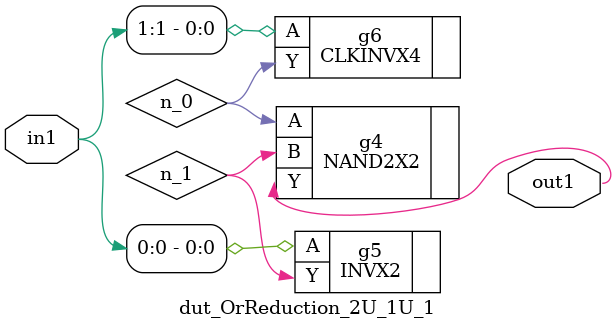
<source format=v>
`timescale 1ps / 1ps


module dut_OrReduction_2U_1U_1(in1, out1);
  input [1:0] in1;
  output out1;
  wire [1:0] in1;
  wire out1;
  wire n_0, n_1;
  NAND2X2 g4(.A (n_0), .B (n_1), .Y (out1));
  INVX2 g5(.A (in1[0]), .Y (n_1));
  CLKINVX4 g6(.A (in1[1]), .Y (n_0));
endmodule



</source>
